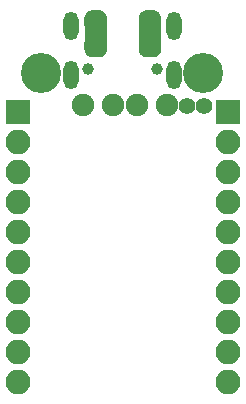
<source format=gbr>
G04 #@! TF.GenerationSoftware,KiCad,Pcbnew,(5.0.0)*
G04 #@! TF.CreationDate,2021-02-11T08:25:18+00:00*
G04 #@! TF.ProjectId,ESP-V,4553502D562E6B696361645F70636200,rev?*
G04 #@! TF.SameCoordinates,Original*
G04 #@! TF.FileFunction,Soldermask,Bot*
G04 #@! TF.FilePolarity,Negative*
%FSLAX46Y46*%
G04 Gerber Fmt 4.6, Leading zero omitted, Abs format (unit mm)*
G04 Created by KiCad (PCBNEW (5.0.0)) date 02/11/21 08:25:18*
%MOMM*%
%LPD*%
G01*
G04 APERTURE LIST*
%ADD10C,3.400000*%
%ADD11C,1.900000*%
%ADD12O,1.300000X2.400000*%
%ADD13C,1.000000*%
%ADD14C,0.500000*%
%ADD15C,0.100000*%
%ADD16R,1.900000X1.400000*%
%ADD17C,1.400000*%
%ADD18R,2.100000X2.100000*%
%ADD19O,2.100000X2.100000*%
G04 APERTURE END LIST*
D10*
G04 #@! TO.C,J4*
X97240000Y-82330000D03*
X110960000Y-82330000D03*
D11*
X100800000Y-85000000D03*
X103340000Y-85000000D03*
X105370000Y-85000000D03*
X107910000Y-85000000D03*
G04 #@! TD*
D12*
G04 #@! TO.C,J1*
X99850000Y-82500000D03*
X108500000Y-82500000D03*
X108500000Y-78320000D03*
X99850000Y-78320000D03*
D13*
X101285000Y-82000000D03*
X107065000Y-82000000D03*
G04 #@! TD*
D14*
G04 #@! TO.C,JP1*
X101900000Y-80300000D03*
D15*
G36*
X100953843Y-79710982D02*
X100965224Y-79673463D01*
X100983706Y-79638886D01*
X101008579Y-79608579D01*
X101038886Y-79583706D01*
X101073463Y-79565224D01*
X101100000Y-79557174D01*
X101100000Y-79400000D01*
X101103843Y-79360982D01*
X101115224Y-79323463D01*
X101133706Y-79288886D01*
X101158579Y-79258579D01*
X101188886Y-79233706D01*
X101223463Y-79215224D01*
X101260982Y-79203843D01*
X101300000Y-79200000D01*
X101700000Y-79200000D01*
X101739018Y-79203843D01*
X101776537Y-79215224D01*
X101811114Y-79233706D01*
X101841421Y-79258579D01*
X101866294Y-79288886D01*
X101884776Y-79323463D01*
X101896157Y-79360982D01*
X101900000Y-79400000D01*
X101903843Y-79360982D01*
X101915224Y-79323463D01*
X101933706Y-79288886D01*
X101958579Y-79258579D01*
X101988886Y-79233706D01*
X102023463Y-79215224D01*
X102060982Y-79203843D01*
X102100000Y-79200000D01*
X102500000Y-79200000D01*
X102539018Y-79203843D01*
X102576537Y-79215224D01*
X102611114Y-79233706D01*
X102641421Y-79258579D01*
X102666294Y-79288886D01*
X102684776Y-79323463D01*
X102696157Y-79360982D01*
X102700000Y-79400000D01*
X102700000Y-79557174D01*
X102726537Y-79565224D01*
X102761114Y-79583706D01*
X102791421Y-79608579D01*
X102816294Y-79638886D01*
X102834776Y-79673463D01*
X102846157Y-79710982D01*
X102850000Y-79750000D01*
X102850000Y-80300000D01*
X102849398Y-80306112D01*
X102849398Y-80324534D01*
X102848435Y-80344140D01*
X102843625Y-80392971D01*
X102840746Y-80412380D01*
X102831174Y-80460505D01*
X102826404Y-80479548D01*
X102812160Y-80526503D01*
X102805549Y-80544980D01*
X102786772Y-80590313D01*
X102778377Y-80608061D01*
X102755246Y-80651334D01*
X102745160Y-80668162D01*
X102717900Y-80708961D01*
X102706205Y-80724730D01*
X102675077Y-80762659D01*
X102661897Y-80777200D01*
X102627200Y-80811897D01*
X102612659Y-80825077D01*
X102574730Y-80856205D01*
X102558961Y-80867900D01*
X102518162Y-80895160D01*
X102501334Y-80905246D01*
X102458061Y-80928377D01*
X102440313Y-80936772D01*
X102394980Y-80955549D01*
X102376503Y-80962160D01*
X102329548Y-80976404D01*
X102310505Y-80981174D01*
X102262380Y-80990746D01*
X102242971Y-80993625D01*
X102194140Y-80998435D01*
X102174534Y-80999398D01*
X102156112Y-80999398D01*
X102150000Y-81000000D01*
X101650000Y-81000000D01*
X101643888Y-80999398D01*
X101625466Y-80999398D01*
X101605860Y-80998435D01*
X101557029Y-80993625D01*
X101537620Y-80990746D01*
X101489495Y-80981174D01*
X101470452Y-80976404D01*
X101423497Y-80962160D01*
X101405020Y-80955549D01*
X101359687Y-80936772D01*
X101341939Y-80928377D01*
X101298666Y-80905246D01*
X101281838Y-80895160D01*
X101241039Y-80867900D01*
X101225270Y-80856205D01*
X101187341Y-80825077D01*
X101172800Y-80811897D01*
X101138103Y-80777200D01*
X101124923Y-80762659D01*
X101093795Y-80724730D01*
X101082100Y-80708961D01*
X101054840Y-80668162D01*
X101044754Y-80651334D01*
X101021623Y-80608061D01*
X101013228Y-80590313D01*
X100994451Y-80544980D01*
X100987840Y-80526503D01*
X100973596Y-80479548D01*
X100968826Y-80460505D01*
X100959254Y-80412380D01*
X100956375Y-80392971D01*
X100951565Y-80344140D01*
X100950602Y-80324534D01*
X100950602Y-80306112D01*
X100950000Y-80300000D01*
X100950000Y-79750000D01*
X100953843Y-79710982D01*
X100953843Y-79710982D01*
G37*
D14*
X101900000Y-77700000D03*
D15*
G36*
X100950602Y-77693888D02*
X100950602Y-77675466D01*
X100951565Y-77655860D01*
X100956375Y-77607029D01*
X100959254Y-77587620D01*
X100968826Y-77539495D01*
X100973596Y-77520452D01*
X100987840Y-77473497D01*
X100994451Y-77455020D01*
X101013228Y-77409687D01*
X101021623Y-77391939D01*
X101044754Y-77348666D01*
X101054840Y-77331838D01*
X101082100Y-77291039D01*
X101093795Y-77275270D01*
X101124923Y-77237341D01*
X101138103Y-77222800D01*
X101172800Y-77188103D01*
X101187341Y-77174923D01*
X101225270Y-77143795D01*
X101241039Y-77132100D01*
X101281838Y-77104840D01*
X101298666Y-77094754D01*
X101341939Y-77071623D01*
X101359687Y-77063228D01*
X101405020Y-77044451D01*
X101423497Y-77037840D01*
X101470452Y-77023596D01*
X101489495Y-77018826D01*
X101537620Y-77009254D01*
X101557029Y-77006375D01*
X101605860Y-77001565D01*
X101625466Y-77000602D01*
X101643888Y-77000602D01*
X101650000Y-77000000D01*
X102150000Y-77000000D01*
X102156112Y-77000602D01*
X102174534Y-77000602D01*
X102194140Y-77001565D01*
X102242971Y-77006375D01*
X102262380Y-77009254D01*
X102310505Y-77018826D01*
X102329548Y-77023596D01*
X102376503Y-77037840D01*
X102394980Y-77044451D01*
X102440313Y-77063228D01*
X102458061Y-77071623D01*
X102501334Y-77094754D01*
X102518162Y-77104840D01*
X102558961Y-77132100D01*
X102574730Y-77143795D01*
X102612659Y-77174923D01*
X102627200Y-77188103D01*
X102661897Y-77222800D01*
X102675077Y-77237341D01*
X102706205Y-77275270D01*
X102717900Y-77291039D01*
X102745160Y-77331838D01*
X102755246Y-77348666D01*
X102778377Y-77391939D01*
X102786772Y-77409687D01*
X102805549Y-77455020D01*
X102812160Y-77473497D01*
X102826404Y-77520452D01*
X102831174Y-77539495D01*
X102840746Y-77587620D01*
X102843625Y-77607029D01*
X102848435Y-77655860D01*
X102849398Y-77675466D01*
X102849398Y-77693888D01*
X102850000Y-77700000D01*
X102850000Y-78250000D01*
X102846157Y-78289018D01*
X102834776Y-78326537D01*
X102816294Y-78361114D01*
X102791421Y-78391421D01*
X102761114Y-78416294D01*
X102726537Y-78434776D01*
X102689018Y-78446157D01*
X102650000Y-78450000D01*
X101150000Y-78450000D01*
X101110982Y-78446157D01*
X101073463Y-78434776D01*
X101038886Y-78416294D01*
X101008579Y-78391421D01*
X100983706Y-78361114D01*
X100965224Y-78326537D01*
X100953843Y-78289018D01*
X100950000Y-78250000D01*
X100950000Y-77700000D01*
X100950602Y-77693888D01*
X100950602Y-77693888D01*
G37*
D16*
X101900000Y-79000000D03*
G04 #@! TD*
G04 #@! TO.C,JP2*
X106500000Y-79000000D03*
D14*
X106500000Y-77700000D03*
D15*
G36*
X105550602Y-77693888D02*
X105550602Y-77675466D01*
X105551565Y-77655860D01*
X105556375Y-77607029D01*
X105559254Y-77587620D01*
X105568826Y-77539495D01*
X105573596Y-77520452D01*
X105587840Y-77473497D01*
X105594451Y-77455020D01*
X105613228Y-77409687D01*
X105621623Y-77391939D01*
X105644754Y-77348666D01*
X105654840Y-77331838D01*
X105682100Y-77291039D01*
X105693795Y-77275270D01*
X105724923Y-77237341D01*
X105738103Y-77222800D01*
X105772800Y-77188103D01*
X105787341Y-77174923D01*
X105825270Y-77143795D01*
X105841039Y-77132100D01*
X105881838Y-77104840D01*
X105898666Y-77094754D01*
X105941939Y-77071623D01*
X105959687Y-77063228D01*
X106005020Y-77044451D01*
X106023497Y-77037840D01*
X106070452Y-77023596D01*
X106089495Y-77018826D01*
X106137620Y-77009254D01*
X106157029Y-77006375D01*
X106205860Y-77001565D01*
X106225466Y-77000602D01*
X106243888Y-77000602D01*
X106250000Y-77000000D01*
X106750000Y-77000000D01*
X106756112Y-77000602D01*
X106774534Y-77000602D01*
X106794140Y-77001565D01*
X106842971Y-77006375D01*
X106862380Y-77009254D01*
X106910505Y-77018826D01*
X106929548Y-77023596D01*
X106976503Y-77037840D01*
X106994980Y-77044451D01*
X107040313Y-77063228D01*
X107058061Y-77071623D01*
X107101334Y-77094754D01*
X107118162Y-77104840D01*
X107158961Y-77132100D01*
X107174730Y-77143795D01*
X107212659Y-77174923D01*
X107227200Y-77188103D01*
X107261897Y-77222800D01*
X107275077Y-77237341D01*
X107306205Y-77275270D01*
X107317900Y-77291039D01*
X107345160Y-77331838D01*
X107355246Y-77348666D01*
X107378377Y-77391939D01*
X107386772Y-77409687D01*
X107405549Y-77455020D01*
X107412160Y-77473497D01*
X107426404Y-77520452D01*
X107431174Y-77539495D01*
X107440746Y-77587620D01*
X107443625Y-77607029D01*
X107448435Y-77655860D01*
X107449398Y-77675466D01*
X107449398Y-77693888D01*
X107450000Y-77700000D01*
X107450000Y-78250000D01*
X107446157Y-78289018D01*
X107434776Y-78326537D01*
X107416294Y-78361114D01*
X107391421Y-78391421D01*
X107361114Y-78416294D01*
X107326537Y-78434776D01*
X107289018Y-78446157D01*
X107250000Y-78450000D01*
X105750000Y-78450000D01*
X105710982Y-78446157D01*
X105673463Y-78434776D01*
X105638886Y-78416294D01*
X105608579Y-78391421D01*
X105583706Y-78361114D01*
X105565224Y-78326537D01*
X105553843Y-78289018D01*
X105550000Y-78250000D01*
X105550000Y-77700000D01*
X105550602Y-77693888D01*
X105550602Y-77693888D01*
G37*
D14*
X106500000Y-80300000D03*
D15*
G36*
X105553843Y-79710982D02*
X105565224Y-79673463D01*
X105583706Y-79638886D01*
X105608579Y-79608579D01*
X105638886Y-79583706D01*
X105673463Y-79565224D01*
X105700000Y-79557174D01*
X105700000Y-79400000D01*
X105703843Y-79360982D01*
X105715224Y-79323463D01*
X105733706Y-79288886D01*
X105758579Y-79258579D01*
X105788886Y-79233706D01*
X105823463Y-79215224D01*
X105860982Y-79203843D01*
X105900000Y-79200000D01*
X106300000Y-79200000D01*
X106339018Y-79203843D01*
X106376537Y-79215224D01*
X106411114Y-79233706D01*
X106441421Y-79258579D01*
X106466294Y-79288886D01*
X106484776Y-79323463D01*
X106496157Y-79360982D01*
X106500000Y-79400000D01*
X106503843Y-79360982D01*
X106515224Y-79323463D01*
X106533706Y-79288886D01*
X106558579Y-79258579D01*
X106588886Y-79233706D01*
X106623463Y-79215224D01*
X106660982Y-79203843D01*
X106700000Y-79200000D01*
X107100000Y-79200000D01*
X107139018Y-79203843D01*
X107176537Y-79215224D01*
X107211114Y-79233706D01*
X107241421Y-79258579D01*
X107266294Y-79288886D01*
X107284776Y-79323463D01*
X107296157Y-79360982D01*
X107300000Y-79400000D01*
X107300000Y-79557174D01*
X107326537Y-79565224D01*
X107361114Y-79583706D01*
X107391421Y-79608579D01*
X107416294Y-79638886D01*
X107434776Y-79673463D01*
X107446157Y-79710982D01*
X107450000Y-79750000D01*
X107450000Y-80300000D01*
X107449398Y-80306112D01*
X107449398Y-80324534D01*
X107448435Y-80344140D01*
X107443625Y-80392971D01*
X107440746Y-80412380D01*
X107431174Y-80460505D01*
X107426404Y-80479548D01*
X107412160Y-80526503D01*
X107405549Y-80544980D01*
X107386772Y-80590313D01*
X107378377Y-80608061D01*
X107355246Y-80651334D01*
X107345160Y-80668162D01*
X107317900Y-80708961D01*
X107306205Y-80724730D01*
X107275077Y-80762659D01*
X107261897Y-80777200D01*
X107227200Y-80811897D01*
X107212659Y-80825077D01*
X107174730Y-80856205D01*
X107158961Y-80867900D01*
X107118162Y-80895160D01*
X107101334Y-80905246D01*
X107058061Y-80928377D01*
X107040313Y-80936772D01*
X106994980Y-80955549D01*
X106976503Y-80962160D01*
X106929548Y-80976404D01*
X106910505Y-80981174D01*
X106862380Y-80990746D01*
X106842971Y-80993625D01*
X106794140Y-80998435D01*
X106774534Y-80999398D01*
X106756112Y-80999398D01*
X106750000Y-81000000D01*
X106250000Y-81000000D01*
X106243888Y-80999398D01*
X106225466Y-80999398D01*
X106205860Y-80998435D01*
X106157029Y-80993625D01*
X106137620Y-80990746D01*
X106089495Y-80981174D01*
X106070452Y-80976404D01*
X106023497Y-80962160D01*
X106005020Y-80955549D01*
X105959687Y-80936772D01*
X105941939Y-80928377D01*
X105898666Y-80905246D01*
X105881838Y-80895160D01*
X105841039Y-80867900D01*
X105825270Y-80856205D01*
X105787341Y-80825077D01*
X105772800Y-80811897D01*
X105738103Y-80777200D01*
X105724923Y-80762659D01*
X105693795Y-80724730D01*
X105682100Y-80708961D01*
X105654840Y-80668162D01*
X105644754Y-80651334D01*
X105621623Y-80608061D01*
X105613228Y-80590313D01*
X105594451Y-80544980D01*
X105587840Y-80526503D01*
X105573596Y-80479548D01*
X105568826Y-80460505D01*
X105559254Y-80412380D01*
X105556375Y-80392971D01*
X105551565Y-80344140D01*
X105550602Y-80324534D01*
X105550602Y-80306112D01*
X105550000Y-80300000D01*
X105550000Y-79750000D01*
X105553843Y-79710982D01*
X105553843Y-79710982D01*
G37*
G04 #@! TD*
D17*
G04 #@! TO.C,TP1*
X109600000Y-85100000D03*
G04 #@! TD*
G04 #@! TO.C,TP2*
X111100000Y-85100000D03*
G04 #@! TD*
D18*
G04 #@! TO.C,J2*
X113130000Y-85620000D03*
D19*
X113130000Y-88160000D03*
X113130000Y-90700000D03*
X113130000Y-93240000D03*
X113130000Y-95780000D03*
X113130000Y-98320000D03*
X113130000Y-100860000D03*
X113130000Y-103400000D03*
X113130000Y-105940000D03*
X113130000Y-108480000D03*
G04 #@! TD*
G04 #@! TO.C,J3*
X95350000Y-108480000D03*
X95350000Y-105940000D03*
X95350000Y-103400000D03*
X95350000Y-100860000D03*
X95350000Y-98320000D03*
X95350000Y-95780000D03*
X95350000Y-93240000D03*
X95350000Y-90700000D03*
X95350000Y-88160000D03*
D18*
X95350000Y-85620000D03*
G04 #@! TD*
M02*

</source>
